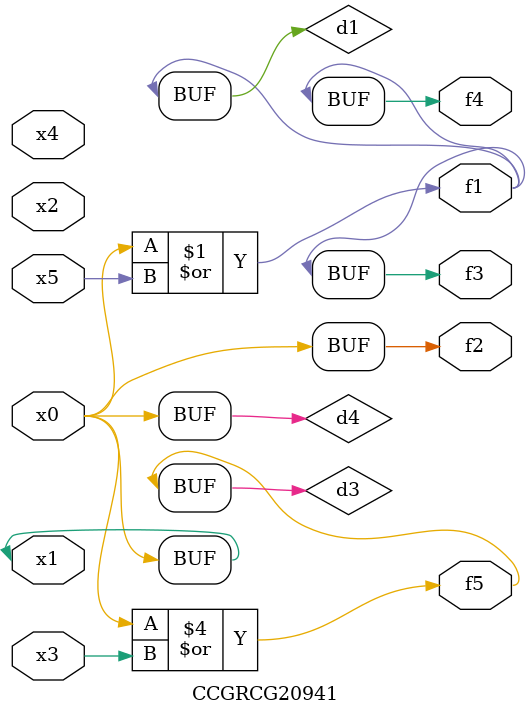
<source format=v>
module CCGRCG20941(
	input x0, x1, x2, x3, x4, x5,
	output f1, f2, f3, f4, f5
);

	wire d1, d2, d3, d4;

	or (d1, x0, x5);
	xnor (d2, x1, x4);
	or (d3, x0, x3);
	buf (d4, x0, x1);
	assign f1 = d1;
	assign f2 = d4;
	assign f3 = d1;
	assign f4 = d1;
	assign f5 = d3;
endmodule

</source>
